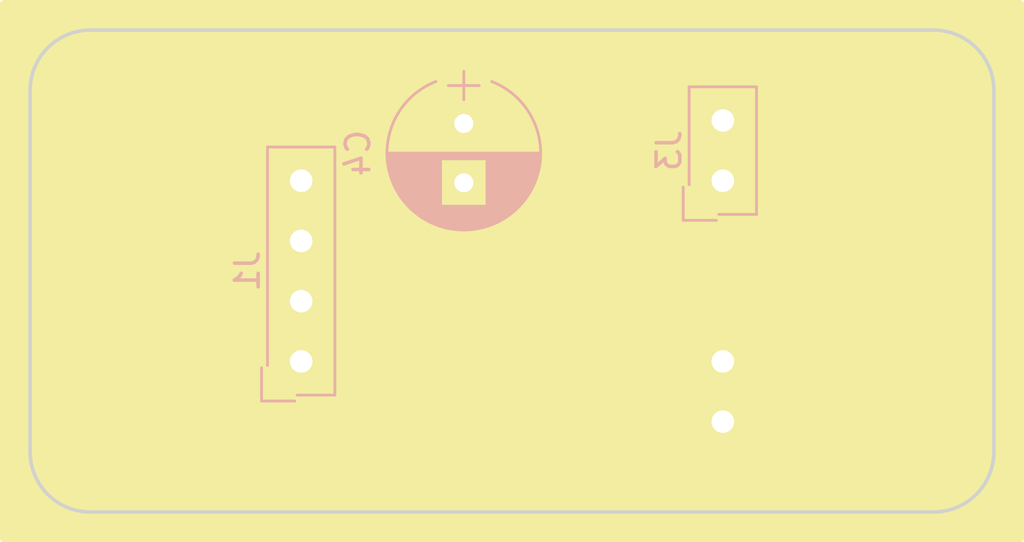
<source format=kicad_pcb>
(kicad_pcb (version 4) (host pcbnew 4.0.7)

  (general
    (links 23)
    (no_connects 0)
    (area 106.579999 96.419999 149.960001 124.560001)
    (thickness 1.6)
    (drawings 24)
    (tracks 25)
    (zones 0)
    (modules 11)
    (nets 8)
  )

  (page A4)
  (layers
    (0 F.Cu signal)
    (31 B.Cu signal)
    (32 B.Adhes user)
    (33 F.Adhes user)
    (34 B.Paste user)
    (35 F.Paste user)
    (36 B.SilkS user hide)
    (37 F.SilkS user hide)
    (38 B.Mask user)
    (39 F.Mask user)
    (40 Dwgs.User user)
    (41 Cmts.User user)
    (42 Eco1.User user hide)
    (43 Eco2.User user)
    (44 Edge.Cuts user)
    (45 Margin user)
    (46 B.CrtYd user)
    (47 F.CrtYd user hide)
    (48 B.Fab user hide)
    (49 F.Fab user hide)
  )

  (setup
    (last_trace_width 0.38)
    (trace_clearance 0.26)
    (zone_clearance 0.3)
    (zone_45_only yes)
    (trace_min 0.2)
    (segment_width 0.2)
    (edge_width 0.15)
    (via_size 0.6)
    (via_drill 0.4)
    (via_min_size 0.4)
    (via_min_drill 0.3)
    (uvia_size 0.3)
    (uvia_drill 0.1)
    (uvias_allowed no)
    (uvia_min_size 0.2)
    (uvia_min_drill 0.1)
    (pcb_text_width 0.3)
    (pcb_text_size 1.5 1.5)
    (mod_edge_width 0.15)
    (mod_text_size 1 1)
    (mod_text_width 0.15)
    (pad_size 2 2)
    (pad_drill 0.95)
    (pad_to_mask_clearance 0.2)
    (aux_axis_origin 0 0)
    (visible_elements 7FFFFF9F)
    (pcbplotparams
      (layerselection 0x00820_00000001)
      (usegerberextensions false)
      (excludeedgelayer true)
      (linewidth 0.100000)
      (plotframeref false)
      (viasonmask false)
      (mode 1)
      (useauxorigin false)
      (hpglpennumber 1)
      (hpglpenspeed 20)
      (hpglpendiameter 15)
      (hpglpenoverlay 2)
      (psnegative false)
      (psa4output false)
      (plotreference true)
      (plotvalue true)
      (plotinvisibletext false)
      (padsonsilk false)
      (subtractmaskfromsilk true)
      (outputformat 1)
      (mirror false)
      (drillshape 0)
      (scaleselection 1)
      (outputdirectory ""))
  )

  (net 0 "")
  (net 1 +12V)
  (net 2 GND)
  (net 3 "Net-(U1-Pad4)")
  (net 4 "Net-(U1-Pad6)")
  (net 5 /FB)
  (net 6 /Vout)
  (net 7 /SW)

  (net_class Default "This is the default net class."
    (clearance 0.26)
    (trace_width 0.38)
    (via_dia 0.6)
    (via_drill 0.4)
    (uvia_dia 0.3)
    (uvia_drill 0.1)
    (add_net +12V)
    (add_net /FB)
    (add_net /SW)
    (add_net /Vout)
    (add_net GND)
    (add_net "Net-(U1-Pad4)")
    (add_net "Net-(U1-Pad6)")
  )

  (module SOT-23-8_Handsoldering (layer F.Cu) (tedit 5AC14100) (tstamp 5AC03D62)
    (at 127.128095 113.383)
    (descr "8-pin SOT-23 package, Handsoldering, http://www.analog.com/media/en/package-pcb-resources/package/pkg_pdf/sot-23rj/rj_8.pdf")
    (tags "SOT-23-8 Handsoldering")
    (path /5AC03514)
    (attr smd)
    (fp_text reference U1 (at 0 -2.5) (layer F.SilkS)
      (effects (font (size 1 1) (thickness 0.15)))
    )
    (fp_text value TPS62120 (at 0 2.5) (layer F.Fab)
      (effects (font (size 1 1) (thickness 0.15)))
    )
    (fp_text user %R (at 0 0 90) (layer F.Fab)
      (effects (font (size 0.5 0.5) (thickness 0.075)))
    )
    (fp_line (start -0.9 1.61) (end 0.9 1.61) (layer F.SilkS) (width 0.12))
    (fp_line (start 0.9 -1.61) (end -2.05 -1.61) (layer F.SilkS) (width 0.12))
    (fp_line (start -2.4 1.8) (end -2.4 -1.8) (layer F.CrtYd) (width 0.05))
    (fp_line (start 2.4 1.8) (end -2.4 1.8) (layer F.CrtYd) (width 0.05))
    (fp_line (start 2.4 -1.8) (end 2.4 1.8) (layer F.CrtYd) (width 0.05))
    (fp_line (start -2.4 -1.8) (end 2.4 -1.8) (layer F.CrtYd) (width 0.05))
    (fp_line (start -0.9 -0.9) (end -0.25 -1.55) (layer F.Fab) (width 0.1))
    (fp_line (start 0.9 -1.55) (end -0.25 -1.55) (layer F.Fab) (width 0.1))
    (fp_line (start -0.9 -0.9) (end -0.9 1.55) (layer F.Fab) (width 0.1))
    (fp_line (start 0.9 1.55) (end -0.9 1.55) (layer F.Fab) (width 0.1))
    (fp_line (start 0.9 -1.55) (end 0.9 1.55) (layer F.Fab) (width 0.1))
    (pad 1 smd oval (at -1.35 -0.98) (size 1.56 0.38) (layers F.Cu F.Paste F.Mask)
      (net 1 +12V))
    (pad 2 smd oval (at -1.35 -0.33) (size 1.56 0.38) (layers F.Cu F.Paste F.Mask)
      (net 2 GND))
    (pad 3 smd oval (at -1.35 0.33) (size 1.56 0.38) (layers F.Cu F.Paste F.Mask)
      (net 1 +12V))
    (pad 4 smd oval (at -1.35 0.98) (size 1.56 0.38) (layers F.Cu F.Paste F.Mask)
      (net 3 "Net-(U1-Pad4)"))
    (pad 5 smd oval (at 1.35 0.98) (size 1.56 0.38) (layers F.Cu F.Paste F.Mask)
      (net 5 /FB))
    (pad 6 smd oval (at 1.35 0.33) (size 1.56 0.38) (layers F.Cu F.Paste F.Mask)
      (net 4 "Net-(U1-Pad6)"))
    (pad 7 smd oval (at 1.35 -0.33) (size 1.56 0.38) (layers F.Cu F.Paste F.Mask)
      (net 7 /SW))
    (pad 8 smd oval (at 1.35 -0.98) (size 1.56 0.38) (layers F.Cu F.Paste F.Mask)
      (net 6 /Vout))
    (model ${KISYS3DMOD}/TO_SOT_Packages_SMD.3dshapes\SOT-23-8.wrl
      (at (xyz 0 0 0))
      (scale (xyz 1 1 1))
      (rotate (xyz 0 0 0))
    )
  )

  (module Connectors_Samtec:SL-102-X-XX_1x02 (layer B.Cu) (tedit 590274D5) (tstamp 5AC03D44)
    (at 137.16 106.68)
    (descr "Low profile, screw machine socket strip, through hole, 100mil / 2.54mm pitch")
    (tags "samtec socket strip tht single")
    (path /5AC04121)
    (fp_text reference J3 (at -2.27 -1.27 270) (layer B.SilkS)
      (effects (font (size 1 1) (thickness 0.15)) (justify mirror))
    )
    (fp_text value Conn_01x02 (at 2.27 -1.27 270) (layer B.Fab)
      (effects (font (size 1 1) (thickness 0.15)) (justify mirror))
    )
    (fp_line (start -0.17 1.42) (end 1.42 1.42) (layer B.SilkS) (width 0.12))
    (fp_line (start 1.42 1.42) (end 1.42 -3.96) (layer B.SilkS) (width 0.12))
    (fp_line (start 1.42 -3.96) (end -1.42 -3.96) (layer B.SilkS) (width 0.12))
    (fp_line (start -1.42 -3.96) (end -1.42 0.17) (layer B.SilkS) (width 0.12))
    (fp_line (start -0.27 1.67) (end -1.67 1.67) (layer B.SilkS) (width 0.12))
    (fp_line (start -1.67 1.67) (end -1.67 0.27) (layer B.SilkS) (width 0.12))
    (fp_line (start -0.27 1.67) (end -1.67 1.67) (layer B.Fab) (width 0.1))
    (fp_line (start -1.67 1.67) (end -1.67 0.27) (layer B.Fab) (width 0.1))
    (fp_line (start -1.27 1.27) (end -1.27 -3.81) (layer B.Fab) (width 0.1))
    (fp_line (start -1.27 -3.81) (end 1.27 -3.81) (layer B.Fab) (width 0.1))
    (fp_line (start 1.27 -3.81) (end 1.27 1.27) (layer B.Fab) (width 0.1))
    (fp_line (start 1.27 1.27) (end -1.27 1.27) (layer B.Fab) (width 0.1))
    (fp_line (start -1.77 1.77) (end -1.77 -4.31) (layer B.CrtYd) (width 0.05))
    (fp_line (start -1.77 -4.31) (end 1.77 -4.31) (layer B.CrtYd) (width 0.05))
    (fp_line (start 1.77 -4.31) (end 1.77 1.77) (layer B.CrtYd) (width 0.05))
    (fp_line (start 1.77 1.77) (end -1.77 1.77) (layer B.CrtYd) (width 0.05))
    (fp_line (start -1.27 -1.27) (end -1.07 -1.27) (layer B.Fab) (width 0.1))
    (fp_line (start 1.27 -1.27) (end 1.07 -1.27) (layer B.Fab) (width 0.1))
    (fp_line (start -1.27 -3.81) (end -1.07 -3.81) (layer B.Fab) (width 0.1))
    (fp_line (start 1.27 -3.81) (end 1.07 -3.81) (layer B.Fab) (width 0.1))
    (fp_text user %R (at 0 -1.27 270) (layer B.Fab)
      (effects (font (size 1 1) (thickness 0.15)) (justify mirror))
    )
    (pad 1 thru_hole rect (at 0 0) (size 2 2) (drill 0.95) (layers *.Cu *.Mask)
      (net 2 GND))
    (pad 2 thru_hole circle (at 0 -2.54) (size 2 2) (drill 0.95) (layers *.Cu *.Mask)
      (net 1 +12V))
    (model ${KISYS3DMOD}/Connectors_Samtec.3dshapes/SL-102-X-XX_1x02.wrl
      (at (xyz 0 0 0))
      (scale (xyz 1 1 1))
      (rotate (xyz 0 0 0))
    )
  )

  (module L_1212_HandSoldering (layer F.Cu) (tedit 5AC03E80) (tstamp 5AC03D4A)
    (at 131.8 111.3 90)
    (descr "Resistor SMD 1210, hand soldering")
    (tags "resistor 1210")
    (path /5AC037FE)
    (attr smd)
    (fp_text reference L1 (at 0 -2.7 90) (layer F.SilkS)
      (effects (font (size 1 1) (thickness 0.15)))
    )
    (fp_text value 22u (at 0 2.7 90) (layer F.Fab)
      (effects (font (size 1 1) (thickness 0.15)))
    )
    (fp_text user %R (at 0 0 90) (layer F.Fab)
      (effects (font (size 0.5 0.5) (thickness 0.075)))
    )
    (fp_line (start -1.6 1.25) (end -1.6 -1.25) (layer F.Fab) (width 0.1))
    (fp_line (start 1.6 1.25) (end -1.6 1.25) (layer F.Fab) (width 0.1))
    (fp_line (start 1.6 -1.25) (end 1.6 1.25) (layer F.Fab) (width 0.1))
    (fp_line (start -1.6 -1.25) (end 1.6 -1.25) (layer F.Fab) (width 0.1))
    (fp_line (start -2.7 -1.6) (end 2.7 -1.6) (layer F.CrtYd) (width 0.05))
    (fp_line (start -2.7 1.6) (end 2.7 1.6) (layer F.CrtYd) (width 0.05))
    (fp_line (start -2.7 -1.6) (end -2.7 1.6) (layer F.CrtYd) (width 0.05))
    (fp_line (start 2.7 -1.6) (end 2.7 1.6) (layer F.CrtYd) (width 0.05))
    (fp_line (start 1 1.48) (end -1 1.48) (layer F.SilkS) (width 0.12))
    (fp_line (start -1 -1.48) (end 1 -1.48) (layer F.SilkS) (width 0.12))
    (pad 1 smd rect (at -1.6 0 90) (size 1.8 2.7) (layers F.Cu F.Paste F.Mask)
      (net 7 /SW))
    (pad 2 smd rect (at 1.6 0 90) (size 1.8 2.7) (layers F.Cu F.Paste F.Mask)
      (net 6 /Vout))
    (model ${KISYS3DMOD}/Inductors_SMD.3dshapes/L_1210.wrl
      (at (xyz 0 0 0))
      (scale (xyz 1 1 1))
      (rotate (xyz 0 0 0))
    )
  )

  (module Capacitors_SMD:C_0805_HandSoldering (layer F.Cu) (tedit 58AA84A8) (tstamp 5AC03D1C)
    (at 123.19 114.046 270)
    (descr "Capacitor SMD 0805, hand soldering")
    (tags "capacitor 0805")
    (path /5AC03669)
    (attr smd)
    (fp_text reference C1 (at 0 -1.75 270) (layer F.SilkS)
      (effects (font (size 1 1) (thickness 0.15)))
    )
    (fp_text value 4.7u (at 0 1.75 270) (layer F.Fab)
      (effects (font (size 1 1) (thickness 0.15)))
    )
    (fp_text user %R (at 0 -1.75 270) (layer F.Fab)
      (effects (font (size 1 1) (thickness 0.15)))
    )
    (fp_line (start -1 0.62) (end -1 -0.62) (layer F.Fab) (width 0.1))
    (fp_line (start 1 0.62) (end -1 0.62) (layer F.Fab) (width 0.1))
    (fp_line (start 1 -0.62) (end 1 0.62) (layer F.Fab) (width 0.1))
    (fp_line (start -1 -0.62) (end 1 -0.62) (layer F.Fab) (width 0.1))
    (fp_line (start 0.5 -0.85) (end -0.5 -0.85) (layer F.SilkS) (width 0.12))
    (fp_line (start -0.5 0.85) (end 0.5 0.85) (layer F.SilkS) (width 0.12))
    (fp_line (start -2.25 -0.88) (end 2.25 -0.88) (layer F.CrtYd) (width 0.05))
    (fp_line (start -2.25 -0.88) (end -2.25 0.87) (layer F.CrtYd) (width 0.05))
    (fp_line (start 2.25 0.87) (end 2.25 -0.88) (layer F.CrtYd) (width 0.05))
    (fp_line (start 2.25 0.87) (end -2.25 0.87) (layer F.CrtYd) (width 0.05))
    (pad 1 smd rect (at -1.25 0 270) (size 1.5 1.25) (layers F.Cu F.Paste F.Mask)
      (net 1 +12V))
    (pad 2 smd rect (at 1.25 0 270) (size 1.5 1.25) (layers F.Cu F.Paste F.Mask)
      (net 2 GND))
    (model Capacitors_SMD.3dshapes/C_0805.wrl
      (at (xyz 0 0 0))
      (scale (xyz 1 1 1))
      (rotate (xyz 0 0 0))
    )
  )

  (module Capacitors_SMD:C_0603_HandSoldering (layer F.Cu) (tedit 58AA848B) (tstamp 5AC03D22)
    (at 131.7 115.2)
    (descr "Capacitor SMD 0603, hand soldering")
    (tags "capacitor 0603")
    (path /5AC03B3C)
    (attr smd)
    (fp_text reference C2 (at 0 -1.25) (layer F.SilkS)
      (effects (font (size 1 1) (thickness 0.15)))
    )
    (fp_text value 15p (at 0 1.5) (layer F.Fab)
      (effects (font (size 1 1) (thickness 0.15)))
    )
    (fp_text user %R (at 0 -1.25) (layer F.Fab)
      (effects (font (size 1 1) (thickness 0.15)))
    )
    (fp_line (start -0.8 0.4) (end -0.8 -0.4) (layer F.Fab) (width 0.1))
    (fp_line (start 0.8 0.4) (end -0.8 0.4) (layer F.Fab) (width 0.1))
    (fp_line (start 0.8 -0.4) (end 0.8 0.4) (layer F.Fab) (width 0.1))
    (fp_line (start -0.8 -0.4) (end 0.8 -0.4) (layer F.Fab) (width 0.1))
    (fp_line (start -0.35 -0.6) (end 0.35 -0.6) (layer F.SilkS) (width 0.12))
    (fp_line (start 0.35 0.6) (end -0.35 0.6) (layer F.SilkS) (width 0.12))
    (fp_line (start -1.8 -0.65) (end 1.8 -0.65) (layer F.CrtYd) (width 0.05))
    (fp_line (start -1.8 -0.65) (end -1.8 0.65) (layer F.CrtYd) (width 0.05))
    (fp_line (start 1.8 0.65) (end 1.8 -0.65) (layer F.CrtYd) (width 0.05))
    (fp_line (start 1.8 0.65) (end -1.8 0.65) (layer F.CrtYd) (width 0.05))
    (pad 1 smd rect (at -0.95 0) (size 1.2 0.75) (layers F.Cu F.Paste F.Mask)
      (net 5 /FB))
    (pad 2 smd rect (at 0.95 0) (size 1.2 0.75) (layers F.Cu F.Paste F.Mask)
      (net 6 /Vout))
    (model Capacitors_SMD.3dshapes/C_0603.wrl
      (at (xyz 0 0 0))
      (scale (xyz 1 1 1))
      (rotate (xyz 0 0 0))
    )
  )

  (module Capacitors_SMD:C_0805_HandSoldering (layer F.Cu) (tedit 58AA84A8) (tstamp 5AC03D28)
    (at 127.3 110.1 180)
    (descr "Capacitor SMD 0805, hand soldering")
    (tags "capacitor 0805")
    (path /5AC0391A)
    (attr smd)
    (fp_text reference C3 (at 0 -1.75 180) (layer F.SilkS)
      (effects (font (size 1 1) (thickness 0.15)))
    )
    (fp_text value 4.7u (at 0 1.75 180) (layer F.Fab)
      (effects (font (size 1 1) (thickness 0.15)))
    )
    (fp_text user %R (at 0 -1.75 180) (layer F.Fab)
      (effects (font (size 1 1) (thickness 0.15)))
    )
    (fp_line (start -1 0.62) (end -1 -0.62) (layer F.Fab) (width 0.1))
    (fp_line (start 1 0.62) (end -1 0.62) (layer F.Fab) (width 0.1))
    (fp_line (start 1 -0.62) (end 1 0.62) (layer F.Fab) (width 0.1))
    (fp_line (start -1 -0.62) (end 1 -0.62) (layer F.Fab) (width 0.1))
    (fp_line (start 0.5 -0.85) (end -0.5 -0.85) (layer F.SilkS) (width 0.12))
    (fp_line (start -0.5 0.85) (end 0.5 0.85) (layer F.SilkS) (width 0.12))
    (fp_line (start -2.25 -0.88) (end 2.25 -0.88) (layer F.CrtYd) (width 0.05))
    (fp_line (start -2.25 -0.88) (end -2.25 0.87) (layer F.CrtYd) (width 0.05))
    (fp_line (start 2.25 0.87) (end 2.25 -0.88) (layer F.CrtYd) (width 0.05))
    (fp_line (start 2.25 0.87) (end -2.25 0.87) (layer F.CrtYd) (width 0.05))
    (pad 1 smd rect (at -1.25 0 180) (size 1.5 1.25) (layers F.Cu F.Paste F.Mask)
      (net 6 /Vout))
    (pad 2 smd rect (at 1.25 0 180) (size 1.5 1.25) (layers F.Cu F.Paste F.Mask)
      (net 2 GND))
    (model Capacitors_SMD.3dshapes/C_0805.wrl
      (at (xyz 0 0 0))
      (scale (xyz 1 1 1))
      (rotate (xyz 0 0 0))
    )
  )

  (module Capacitors_THT:CP_Radial_D6.3mm_P2.50mm (layer B.Cu) (tedit 597BC7C2) (tstamp 5AC03D2E)
    (at 126.238 104.267 270)
    (descr "CP, Radial series, Radial, pin pitch=2.50mm, , diameter=6.3mm, Electrolytic Capacitor")
    (tags "CP Radial series Radial pin pitch 2.50mm  diameter 6.3mm Electrolytic Capacitor")
    (path /5AC03FB3)
    (fp_text reference C4 (at 1.25 4.46 270) (layer B.SilkS)
      (effects (font (size 1 1) (thickness 0.15)) (justify mirror))
    )
    (fp_text value 100u (at 1.25 -4.46 270) (layer B.Fab)
      (effects (font (size 1 1) (thickness 0.15)) (justify mirror))
    )
    (fp_arc (start 1.25 0) (end -1.767482 1.18) (angle -137.3) (layer B.SilkS) (width 0.12))
    (fp_arc (start 1.25 0) (end -1.767482 -1.18) (angle 137.3) (layer B.SilkS) (width 0.12))
    (fp_arc (start 1.25 0) (end 4.267482 1.18) (angle -42.7) (layer B.SilkS) (width 0.12))
    (fp_circle (center 1.25 0) (end 4.4 0) (layer B.Fab) (width 0.1))
    (fp_line (start -2.2 0) (end -1 0) (layer B.Fab) (width 0.1))
    (fp_line (start -1.6 0.65) (end -1.6 -0.65) (layer B.Fab) (width 0.1))
    (fp_line (start 1.25 3.2) (end 1.25 -3.2) (layer B.SilkS) (width 0.12))
    (fp_line (start 1.29 3.2) (end 1.29 -3.2) (layer B.SilkS) (width 0.12))
    (fp_line (start 1.33 3.2) (end 1.33 -3.2) (layer B.SilkS) (width 0.12))
    (fp_line (start 1.37 3.198) (end 1.37 -3.198) (layer B.SilkS) (width 0.12))
    (fp_line (start 1.41 3.197) (end 1.41 -3.197) (layer B.SilkS) (width 0.12))
    (fp_line (start 1.45 3.194) (end 1.45 -3.194) (layer B.SilkS) (width 0.12))
    (fp_line (start 1.49 3.192) (end 1.49 -3.192) (layer B.SilkS) (width 0.12))
    (fp_line (start 1.53 3.188) (end 1.53 0.98) (layer B.SilkS) (width 0.12))
    (fp_line (start 1.53 -0.98) (end 1.53 -3.188) (layer B.SilkS) (width 0.12))
    (fp_line (start 1.57 3.185) (end 1.57 0.98) (layer B.SilkS) (width 0.12))
    (fp_line (start 1.57 -0.98) (end 1.57 -3.185) (layer B.SilkS) (width 0.12))
    (fp_line (start 1.61 3.18) (end 1.61 0.98) (layer B.SilkS) (width 0.12))
    (fp_line (start 1.61 -0.98) (end 1.61 -3.18) (layer B.SilkS) (width 0.12))
    (fp_line (start 1.65 3.176) (end 1.65 0.98) (layer B.SilkS) (width 0.12))
    (fp_line (start 1.65 -0.98) (end 1.65 -3.176) (layer B.SilkS) (width 0.12))
    (fp_line (start 1.69 3.17) (end 1.69 0.98) (layer B.SilkS) (width 0.12))
    (fp_line (start 1.69 -0.98) (end 1.69 -3.17) (layer B.SilkS) (width 0.12))
    (fp_line (start 1.73 3.165) (end 1.73 0.98) (layer B.SilkS) (width 0.12))
    (fp_line (start 1.73 -0.98) (end 1.73 -3.165) (layer B.SilkS) (width 0.12))
    (fp_line (start 1.77 3.158) (end 1.77 0.98) (layer B.SilkS) (width 0.12))
    (fp_line (start 1.77 -0.98) (end 1.77 -3.158) (layer B.SilkS) (width 0.12))
    (fp_line (start 1.81 3.152) (end 1.81 0.98) (layer B.SilkS) (width 0.12))
    (fp_line (start 1.81 -0.98) (end 1.81 -3.152) (layer B.SilkS) (width 0.12))
    (fp_line (start 1.85 3.144) (end 1.85 0.98) (layer B.SilkS) (width 0.12))
    (fp_line (start 1.85 -0.98) (end 1.85 -3.144) (layer B.SilkS) (width 0.12))
    (fp_line (start 1.89 3.137) (end 1.89 0.98) (layer B.SilkS) (width 0.12))
    (fp_line (start 1.89 -0.98) (end 1.89 -3.137) (layer B.SilkS) (width 0.12))
    (fp_line (start 1.93 3.128) (end 1.93 0.98) (layer B.SilkS) (width 0.12))
    (fp_line (start 1.93 -0.98) (end 1.93 -3.128) (layer B.SilkS) (width 0.12))
    (fp_line (start 1.971 3.119) (end 1.971 0.98) (layer B.SilkS) (width 0.12))
    (fp_line (start 1.971 -0.98) (end 1.971 -3.119) (layer B.SilkS) (width 0.12))
    (fp_line (start 2.011 3.11) (end 2.011 0.98) (layer B.SilkS) (width 0.12))
    (fp_line (start 2.011 -0.98) (end 2.011 -3.11) (layer B.SilkS) (width 0.12))
    (fp_line (start 2.051 3.1) (end 2.051 0.98) (layer B.SilkS) (width 0.12))
    (fp_line (start 2.051 -0.98) (end 2.051 -3.1) (layer B.SilkS) (width 0.12))
    (fp_line (start 2.091 3.09) (end 2.091 0.98) (layer B.SilkS) (width 0.12))
    (fp_line (start 2.091 -0.98) (end 2.091 -3.09) (layer B.SilkS) (width 0.12))
    (fp_line (start 2.131 3.079) (end 2.131 0.98) (layer B.SilkS) (width 0.12))
    (fp_line (start 2.131 -0.98) (end 2.131 -3.079) (layer B.SilkS) (width 0.12))
    (fp_line (start 2.171 3.067) (end 2.171 0.98) (layer B.SilkS) (width 0.12))
    (fp_line (start 2.171 -0.98) (end 2.171 -3.067) (layer B.SilkS) (width 0.12))
    (fp_line (start 2.211 3.055) (end 2.211 0.98) (layer B.SilkS) (width 0.12))
    (fp_line (start 2.211 -0.98) (end 2.211 -3.055) (layer B.SilkS) (width 0.12))
    (fp_line (start 2.251 3.042) (end 2.251 0.98) (layer B.SilkS) (width 0.12))
    (fp_line (start 2.251 -0.98) (end 2.251 -3.042) (layer B.SilkS) (width 0.12))
    (fp_line (start 2.291 3.029) (end 2.291 0.98) (layer B.SilkS) (width 0.12))
    (fp_line (start 2.291 -0.98) (end 2.291 -3.029) (layer B.SilkS) (width 0.12))
    (fp_line (start 2.331 3.015) (end 2.331 0.98) (layer B.SilkS) (width 0.12))
    (fp_line (start 2.331 -0.98) (end 2.331 -3.015) (layer B.SilkS) (width 0.12))
    (fp_line (start 2.371 3.001) (end 2.371 0.98) (layer B.SilkS) (width 0.12))
    (fp_line (start 2.371 -0.98) (end 2.371 -3.001) (layer B.SilkS) (width 0.12))
    (fp_line (start 2.411 2.986) (end 2.411 0.98) (layer B.SilkS) (width 0.12))
    (fp_line (start 2.411 -0.98) (end 2.411 -2.986) (layer B.SilkS) (width 0.12))
    (fp_line (start 2.451 2.97) (end 2.451 0.98) (layer B.SilkS) (width 0.12))
    (fp_line (start 2.451 -0.98) (end 2.451 -2.97) (layer B.SilkS) (width 0.12))
    (fp_line (start 2.491 2.954) (end 2.491 0.98) (layer B.SilkS) (width 0.12))
    (fp_line (start 2.491 -0.98) (end 2.491 -2.954) (layer B.SilkS) (width 0.12))
    (fp_line (start 2.531 2.937) (end 2.531 0.98) (layer B.SilkS) (width 0.12))
    (fp_line (start 2.531 -0.98) (end 2.531 -2.937) (layer B.SilkS) (width 0.12))
    (fp_line (start 2.571 2.919) (end 2.571 0.98) (layer B.SilkS) (width 0.12))
    (fp_line (start 2.571 -0.98) (end 2.571 -2.919) (layer B.SilkS) (width 0.12))
    (fp_line (start 2.611 2.901) (end 2.611 0.98) (layer B.SilkS) (width 0.12))
    (fp_line (start 2.611 -0.98) (end 2.611 -2.901) (layer B.SilkS) (width 0.12))
    (fp_line (start 2.651 2.882) (end 2.651 0.98) (layer B.SilkS) (width 0.12))
    (fp_line (start 2.651 -0.98) (end 2.651 -2.882) (layer B.SilkS) (width 0.12))
    (fp_line (start 2.691 2.863) (end 2.691 0.98) (layer B.SilkS) (width 0.12))
    (fp_line (start 2.691 -0.98) (end 2.691 -2.863) (layer B.SilkS) (width 0.12))
    (fp_line (start 2.731 2.843) (end 2.731 0.98) (layer B.SilkS) (width 0.12))
    (fp_line (start 2.731 -0.98) (end 2.731 -2.843) (layer B.SilkS) (width 0.12))
    (fp_line (start 2.771 2.822) (end 2.771 0.98) (layer B.SilkS) (width 0.12))
    (fp_line (start 2.771 -0.98) (end 2.771 -2.822) (layer B.SilkS) (width 0.12))
    (fp_line (start 2.811 2.8) (end 2.811 0.98) (layer B.SilkS) (width 0.12))
    (fp_line (start 2.811 -0.98) (end 2.811 -2.8) (layer B.SilkS) (width 0.12))
    (fp_line (start 2.851 2.778) (end 2.851 0.98) (layer B.SilkS) (width 0.12))
    (fp_line (start 2.851 -0.98) (end 2.851 -2.778) (layer B.SilkS) (width 0.12))
    (fp_line (start 2.891 2.755) (end 2.891 0.98) (layer B.SilkS) (width 0.12))
    (fp_line (start 2.891 -0.98) (end 2.891 -2.755) (layer B.SilkS) (width 0.12))
    (fp_line (start 2.931 2.731) (end 2.931 0.98) (layer B.SilkS) (width 0.12))
    (fp_line (start 2.931 -0.98) (end 2.931 -2.731) (layer B.SilkS) (width 0.12))
    (fp_line (start 2.971 2.706) (end 2.971 0.98) (layer B.SilkS) (width 0.12))
    (fp_line (start 2.971 -0.98) (end 2.971 -2.706) (layer B.SilkS) (width 0.12))
    (fp_line (start 3.011 2.681) (end 3.011 0.98) (layer B.SilkS) (width 0.12))
    (fp_line (start 3.011 -0.98) (end 3.011 -2.681) (layer B.SilkS) (width 0.12))
    (fp_line (start 3.051 2.654) (end 3.051 0.98) (layer B.SilkS) (width 0.12))
    (fp_line (start 3.051 -0.98) (end 3.051 -2.654) (layer B.SilkS) (width 0.12))
    (fp_line (start 3.091 2.627) (end 3.091 0.98) (layer B.SilkS) (width 0.12))
    (fp_line (start 3.091 -0.98) (end 3.091 -2.627) (layer B.SilkS) (width 0.12))
    (fp_line (start 3.131 2.599) (end 3.131 0.98) (layer B.SilkS) (width 0.12))
    (fp_line (start 3.131 -0.98) (end 3.131 -2.599) (layer B.SilkS) (width 0.12))
    (fp_line (start 3.171 2.57) (end 3.171 0.98) (layer B.SilkS) (width 0.12))
    (fp_line (start 3.171 -0.98) (end 3.171 -2.57) (layer B.SilkS) (width 0.12))
    (fp_line (start 3.211 2.54) (end 3.211 0.98) (layer B.SilkS) (width 0.12))
    (fp_line (start 3.211 -0.98) (end 3.211 -2.54) (layer B.SilkS) (width 0.12))
    (fp_line (start 3.251 2.51) (end 3.251 0.98) (layer B.SilkS) (width 0.12))
    (fp_line (start 3.251 -0.98) (end 3.251 -2.51) (layer B.SilkS) (width 0.12))
    (fp_line (start 3.291 2.478) (end 3.291 0.98) (layer B.SilkS) (width 0.12))
    (fp_line (start 3.291 -0.98) (end 3.291 -2.478) (layer B.SilkS) (width 0.12))
    (fp_line (start 3.331 2.445) (end 3.331 0.98) (layer B.SilkS) (width 0.12))
    (fp_line (start 3.331 -0.98) (end 3.331 -2.445) (layer B.SilkS) (width 0.12))
    (fp_line (start 3.371 2.411) (end 3.371 0.98) (layer B.SilkS) (width 0.12))
    (fp_line (start 3.371 -0.98) (end 3.371 -2.411) (layer B.SilkS) (width 0.12))
    (fp_line (start 3.411 2.375) (end 3.411 0.98) (layer B.SilkS) (width 0.12))
    (fp_line (start 3.411 -0.98) (end 3.411 -2.375) (layer B.SilkS) (width 0.12))
    (fp_line (start 3.451 2.339) (end 3.451 0.98) (layer B.SilkS) (width 0.12))
    (fp_line (start 3.451 -0.98) (end 3.451 -2.339) (layer B.SilkS) (width 0.12))
    (fp_line (start 3.491 2.301) (end 3.491 -2.301) (layer B.SilkS) (width 0.12))
    (fp_line (start 3.531 2.262) (end 3.531 -2.262) (layer B.SilkS) (width 0.12))
    (fp_line (start 3.571 2.222) (end 3.571 -2.222) (layer B.SilkS) (width 0.12))
    (fp_line (start 3.611 2.18) (end 3.611 -2.18) (layer B.SilkS) (width 0.12))
    (fp_line (start 3.651 2.137) (end 3.651 -2.137) (layer B.SilkS) (width 0.12))
    (fp_line (start 3.691 2.092) (end 3.691 -2.092) (layer B.SilkS) (width 0.12))
    (fp_line (start 3.731 2.045) (end 3.731 -2.045) (layer B.SilkS) (width 0.12))
    (fp_line (start 3.771 1.997) (end 3.771 -1.997) (layer B.SilkS) (width 0.12))
    (fp_line (start 3.811 1.946) (end 3.811 -1.946) (layer B.SilkS) (width 0.12))
    (fp_line (start 3.851 1.894) (end 3.851 -1.894) (layer B.SilkS) (width 0.12))
    (fp_line (start 3.891 1.839) (end 3.891 -1.839) (layer B.SilkS) (width 0.12))
    (fp_line (start 3.931 1.781) (end 3.931 -1.781) (layer B.SilkS) (width 0.12))
    (fp_line (start 3.971 1.721) (end 3.971 -1.721) (layer B.SilkS) (width 0.12))
    (fp_line (start 4.011 1.658) (end 4.011 -1.658) (layer B.SilkS) (width 0.12))
    (fp_line (start 4.051 1.591) (end 4.051 -1.591) (layer B.SilkS) (width 0.12))
    (fp_line (start 4.091 1.52) (end 4.091 -1.52) (layer B.SilkS) (width 0.12))
    (fp_line (start 4.131 1.445) (end 4.131 -1.445) (layer B.SilkS) (width 0.12))
    (fp_line (start 4.171 1.364) (end 4.171 -1.364) (layer B.SilkS) (width 0.12))
    (fp_line (start 4.211 1.278) (end 4.211 -1.278) (layer B.SilkS) (width 0.12))
    (fp_line (start 4.251 1.184) (end 4.251 -1.184) (layer B.SilkS) (width 0.12))
    (fp_line (start 4.291 1.081) (end 4.291 -1.081) (layer B.SilkS) (width 0.12))
    (fp_line (start 4.331 0.966) (end 4.331 -0.966) (layer B.SilkS) (width 0.12))
    (fp_line (start 4.371 0.834) (end 4.371 -0.834) (layer B.SilkS) (width 0.12))
    (fp_line (start 4.411 0.676) (end 4.411 -0.676) (layer B.SilkS) (width 0.12))
    (fp_line (start 4.451 0.468) (end 4.451 -0.468) (layer B.SilkS) (width 0.12))
    (fp_line (start -2.2 0) (end -1 0) (layer B.SilkS) (width 0.12))
    (fp_line (start -1.6 0.65) (end -1.6 -0.65) (layer B.SilkS) (width 0.12))
    (fp_line (start -2.25 3.5) (end -2.25 -3.5) (layer B.CrtYd) (width 0.05))
    (fp_line (start -2.25 -3.5) (end 4.75 -3.5) (layer B.CrtYd) (width 0.05))
    (fp_line (start 4.75 -3.5) (end 4.75 3.5) (layer B.CrtYd) (width 0.05))
    (fp_line (start 4.75 3.5) (end -2.25 3.5) (layer B.CrtYd) (width 0.05))
    (fp_text user %R (at 1.25 0 270) (layer B.Fab)
      (effects (font (size 1 1) (thickness 0.15)) (justify mirror))
    )
    (pad 1 thru_hole rect (at 0 0 270) (size 1.6 1.6) (drill 0.8) (layers *.Cu *.Mask)
      (net 1 +12V))
    (pad 2 thru_hole circle (at 2.5 0 270) (size 1.6 1.6) (drill 0.8) (layers *.Cu *.Mask)
      (net 2 GND))
    (model ${KISYS3DMOD}/Capacitors_THT.3dshapes/CP_Radial_D6.3mm_P2.50mm.wrl
      (at (xyz 0 0 0))
      (scale (xyz 1 1 1))
      (rotate (xyz 0 0 0))
    )
  )

  (module Connectors_Samtec:SL-104-X-XX_1x04 (layer B.Cu) (tedit 5AC119D9) (tstamp 5AC03D36)
    (at 119.38 114.3)
    (descr "Low profile, screw machine socket strip, through hole, 100mil / 2.54mm pitch")
    (tags "samtec socket strip tht single")
    (path /5AC035E0)
    (fp_text reference J1 (at -2.27 -3.81 270) (layer B.SilkS)
      (effects (font (size 1 1) (thickness 0.15)) (justify mirror))
    )
    (fp_text value Conn_01x04 (at 2.27 -3.81 270) (layer B.Fab)
      (effects (font (size 1 1) (thickness 0.15)) (justify mirror))
    )
    (fp_line (start -0.17 1.42) (end 1.42 1.42) (layer B.SilkS) (width 0.12))
    (fp_line (start 1.42 1.42) (end 1.42 -9.04) (layer B.SilkS) (width 0.12))
    (fp_line (start 1.42 -9.04) (end -1.42 -9.04) (layer B.SilkS) (width 0.12))
    (fp_line (start -1.42 -9.04) (end -1.42 0.17) (layer B.SilkS) (width 0.12))
    (fp_line (start -0.27 1.67) (end -1.67 1.67) (layer B.SilkS) (width 0.12))
    (fp_line (start -1.67 1.67) (end -1.67 0.27) (layer B.SilkS) (width 0.12))
    (fp_line (start -0.27 1.67) (end -1.67 1.67) (layer B.Fab) (width 0.1))
    (fp_line (start -1.67 1.67) (end -1.67 0.27) (layer B.Fab) (width 0.1))
    (fp_line (start -1.27 1.27) (end -1.27 -8.89) (layer B.Fab) (width 0.1))
    (fp_line (start -1.27 -8.89) (end 1.27 -8.89) (layer B.Fab) (width 0.1))
    (fp_line (start 1.27 -8.89) (end 1.27 1.27) (layer B.Fab) (width 0.1))
    (fp_line (start 1.27 1.27) (end -1.27 1.27) (layer B.Fab) (width 0.1))
    (fp_line (start -1.77 1.77) (end -1.77 -9.39) (layer B.CrtYd) (width 0.05))
    (fp_line (start -1.77 -9.39) (end 1.77 -9.39) (layer B.CrtYd) (width 0.05))
    (fp_line (start 1.77 -9.39) (end 1.77 1.77) (layer B.CrtYd) (width 0.05))
    (fp_line (start 1.77 1.77) (end -1.77 1.77) (layer B.CrtYd) (width 0.05))
    (fp_line (start -1.27 -1.27) (end -1.07 -1.27) (layer B.Fab) (width 0.1))
    (fp_line (start 1.27 -1.27) (end 1.07 -1.27) (layer B.Fab) (width 0.1))
    (fp_line (start -1.27 -3.81) (end -1.07 -3.81) (layer B.Fab) (width 0.1))
    (fp_line (start 1.27 -3.81) (end 1.07 -3.81) (layer B.Fab) (width 0.1))
    (fp_line (start -1.27 -6.35) (end -1.07 -6.35) (layer B.Fab) (width 0.1))
    (fp_line (start 1.27 -6.35) (end 1.07 -6.35) (layer B.Fab) (width 0.1))
    (fp_line (start -1.27 -8.89) (end -1.07 -8.89) (layer B.Fab) (width 0.1))
    (fp_line (start 1.27 -8.89) (end 1.07 -8.89) (layer B.Fab) (width 0.1))
    (fp_text user %R (at 0 -3.81 270) (layer B.Fab)
      (effects (font (size 1 1) (thickness 0.15)) (justify mirror))
    )
    (pad 1 thru_hole rect (at 0 0) (size 2 2) (drill 0.95) (layers *.Cu *.Mask)
      (net 2 GND))
    (pad 2 thru_hole circle (at 0 -2.54 315) (size 2 2) (drill 0.95) (layers *.Cu *.Mask)
      (net 2 GND))
    (pad 3 thru_hole circle (at 0 -5.08 315) (size 2 2) (drill 0.95) (layers *.Cu *.Mask)
      (net 1 +12V))
    (pad 4 thru_hole circle (at 0 -7.62 315) (size 2 2) (drill 0.95) (layers *.Cu *.Mask)
      (net 1 +12V))
    (model ${KISYS3DMOD}/Connectors_Samtec.3dshapes/SL-104-X-XX_1x04.wrl
      (at (xyz 0 0 0))
      (scale (xyz 1 1 1))
      (rotate (xyz 0 0 0))
    )
  )

  (module Resistors_SMD:R_0603_HandSoldering (layer F.Cu) (tedit 58E0A804) (tstamp 5AC03D50)
    (at 131.7 116.7 180)
    (descr "Resistor SMD 0603, hand soldering")
    (tags "resistor 0603")
    (path /5AC039C8)
    (attr smd)
    (fp_text reference R1 (at 0 -1.45 180) (layer F.SilkS)
      (effects (font (size 1 1) (thickness 0.15)))
    )
    (fp_text value 470k (at 0 1.55 180) (layer F.Fab)
      (effects (font (size 1 1) (thickness 0.15)))
    )
    (fp_text user %R (at 0 0 180) (layer F.Fab)
      (effects (font (size 0.4 0.4) (thickness 0.075)))
    )
    (fp_line (start -0.8 0.4) (end -0.8 -0.4) (layer F.Fab) (width 0.1))
    (fp_line (start 0.8 0.4) (end -0.8 0.4) (layer F.Fab) (width 0.1))
    (fp_line (start 0.8 -0.4) (end 0.8 0.4) (layer F.Fab) (width 0.1))
    (fp_line (start -0.8 -0.4) (end 0.8 -0.4) (layer F.Fab) (width 0.1))
    (fp_line (start 0.5 0.68) (end -0.5 0.68) (layer F.SilkS) (width 0.12))
    (fp_line (start -0.5 -0.68) (end 0.5 -0.68) (layer F.SilkS) (width 0.12))
    (fp_line (start -1.96 -0.7) (end 1.95 -0.7) (layer F.CrtYd) (width 0.05))
    (fp_line (start -1.96 -0.7) (end -1.96 0.7) (layer F.CrtYd) (width 0.05))
    (fp_line (start 1.95 0.7) (end 1.95 -0.7) (layer F.CrtYd) (width 0.05))
    (fp_line (start 1.95 0.7) (end -1.96 0.7) (layer F.CrtYd) (width 0.05))
    (pad 1 smd rect (at -1.1 0 180) (size 1.2 0.9) (layers F.Cu F.Paste F.Mask)
      (net 6 /Vout))
    (pad 2 smd rect (at 1.1 0 180) (size 1.2 0.9) (layers F.Cu F.Paste F.Mask)
      (net 5 /FB))
    (model ${KISYS3DMOD}/Resistors_SMD.3dshapes/R_0603.wrl
      (at (xyz 0 0 0))
      (scale (xyz 1 1 1))
      (rotate (xyz 0 0 0))
    )
  )

  (module Resistors_SMD:R_0603_HandSoldering (layer F.Cu) (tedit 58E0A804) (tstamp 5AC03D56)
    (at 127.5 116.7 180)
    (descr "Resistor SMD 0603, hand soldering")
    (tags "resistor 0603")
    (path /5AC03A27)
    (attr smd)
    (fp_text reference R2 (at 0 -1.45 180) (layer F.SilkS)
      (effects (font (size 1 1) (thickness 0.15)))
    )
    (fp_text value 150k (at 0 1.55 180) (layer F.Fab)
      (effects (font (size 1 1) (thickness 0.15)))
    )
    (fp_text user %R (at 0 0 180) (layer F.Fab)
      (effects (font (size 0.4 0.4) (thickness 0.075)))
    )
    (fp_line (start -0.8 0.4) (end -0.8 -0.4) (layer F.Fab) (width 0.1))
    (fp_line (start 0.8 0.4) (end -0.8 0.4) (layer F.Fab) (width 0.1))
    (fp_line (start 0.8 -0.4) (end 0.8 0.4) (layer F.Fab) (width 0.1))
    (fp_line (start -0.8 -0.4) (end 0.8 -0.4) (layer F.Fab) (width 0.1))
    (fp_line (start 0.5 0.68) (end -0.5 0.68) (layer F.SilkS) (width 0.12))
    (fp_line (start -0.5 -0.68) (end 0.5 -0.68) (layer F.SilkS) (width 0.12))
    (fp_line (start -1.96 -0.7) (end 1.95 -0.7) (layer F.CrtYd) (width 0.05))
    (fp_line (start -1.96 -0.7) (end -1.96 0.7) (layer F.CrtYd) (width 0.05))
    (fp_line (start 1.95 0.7) (end 1.95 -0.7) (layer F.CrtYd) (width 0.05))
    (fp_line (start 1.95 0.7) (end -1.96 0.7) (layer F.CrtYd) (width 0.05))
    (pad 1 smd rect (at -1.1 0 180) (size 1.2 0.9) (layers F.Cu F.Paste F.Mask)
      (net 5 /FB))
    (pad 2 smd rect (at 1.1 0 180) (size 1.2 0.9) (layers F.Cu F.Paste F.Mask)
      (net 2 GND))
    (model ${KISYS3DMOD}/Resistors_SMD.3dshapes/R_0603.wrl
      (at (xyz 0 0 0))
      (scale (xyz 1 1 1))
      (rotate (xyz 0 0 0))
    )
  )

  (module Connectors_Samtec:SL-102-X-XX_1x02 (layer F.Cu) (tedit 590274D5) (tstamp 5AC114C6)
    (at 137.16 114.3)
    (descr "Low profile, screw machine socket strip, through hole, 100mil / 2.54mm pitch")
    (tags "samtec socket strip tht single")
    (path /5AC114C5)
    (fp_text reference J2 (at -2.27 1.27 90) (layer F.SilkS)
      (effects (font (size 1 1) (thickness 0.15)))
    )
    (fp_text value Conn_01x02 (at 2.27 1.27 90) (layer F.Fab)
      (effects (font (size 1 1) (thickness 0.15)))
    )
    (fp_line (start -0.17 -1.42) (end 1.42 -1.42) (layer F.SilkS) (width 0.12))
    (fp_line (start 1.42 -1.42) (end 1.42 3.96) (layer F.SilkS) (width 0.12))
    (fp_line (start 1.42 3.96) (end -1.42 3.96) (layer F.SilkS) (width 0.12))
    (fp_line (start -1.42 3.96) (end -1.42 -0.17) (layer F.SilkS) (width 0.12))
    (fp_line (start -0.27 -1.67) (end -1.67 -1.67) (layer F.SilkS) (width 0.12))
    (fp_line (start -1.67 -1.67) (end -1.67 -0.27) (layer F.SilkS) (width 0.12))
    (fp_line (start -0.27 -1.67) (end -1.67 -1.67) (layer F.Fab) (width 0.1))
    (fp_line (start -1.67 -1.67) (end -1.67 -0.27) (layer F.Fab) (width 0.1))
    (fp_line (start -1.27 -1.27) (end -1.27 3.81) (layer F.Fab) (width 0.1))
    (fp_line (start -1.27 3.81) (end 1.27 3.81) (layer F.Fab) (width 0.1))
    (fp_line (start 1.27 3.81) (end 1.27 -1.27) (layer F.Fab) (width 0.1))
    (fp_line (start 1.27 -1.27) (end -1.27 -1.27) (layer F.Fab) (width 0.1))
    (fp_line (start -1.77 -1.77) (end -1.77 4.31) (layer F.CrtYd) (width 0.05))
    (fp_line (start -1.77 4.31) (end 1.77 4.31) (layer F.CrtYd) (width 0.05))
    (fp_line (start 1.77 4.31) (end 1.77 -1.77) (layer F.CrtYd) (width 0.05))
    (fp_line (start 1.77 -1.77) (end -1.77 -1.77) (layer F.CrtYd) (width 0.05))
    (fp_line (start -1.27 1.27) (end -1.07 1.27) (layer F.Fab) (width 0.1))
    (fp_line (start 1.27 1.27) (end 1.07 1.27) (layer F.Fab) (width 0.1))
    (fp_line (start -1.27 3.81) (end -1.07 3.81) (layer F.Fab) (width 0.1))
    (fp_line (start 1.27 3.81) (end 1.07 3.81) (layer F.Fab) (width 0.1))
    (fp_text user %R (at 0 1.27 90) (layer F.Fab)
      (effects (font (size 1 1) (thickness 0.15)))
    )
    (pad 1 thru_hole rect (at 0 0) (size 2 2) (drill 0.95) (layers *.Cu *.Mask)
      (net 2 GND))
    (pad 2 thru_hole circle (at 0 2.54) (size 2 2) (drill 0.95) (layers *.Cu *.Mask)
      (net 6 /Vout))
    (model ${KISYS3DMOD}/Connectors_Samtec.3dshapes/SL-102-X-XX_1x02.wrl
      (at (xyz 0 0 0))
      (scale (xyz 1 1 1))
      (rotate (xyz 0 0 0))
    )
  )

  (gr_line (start 115.824 115.316) (end 115.316 115.316) (angle 90) (layer Eco2.User) (width 0.2))
  (gr_line (start 115.824 105.664) (end 115.316 105.664) (angle 90) (layer Eco2.User) (width 0.2))
  (gr_line (start 115.824 110.744) (end 115.316 110.744) (angle 90) (layer Eco2.User) (width 0.2))
  (gr_line (start 115.316 110.236) (end 115.824 110.236) (angle 90) (layer Eco2.User) (width 0.2))
  (gr_line (start 115.316 105.664) (end 115.316 110.236) (angle 90) (layer Eco2.User) (width 0.2))
  (gr_line (start 115.316 110.744) (end 115.316 115.316) (angle 90) (layer Eco2.User) (width 0.2))
  (gr_text GND (at 114.3 115.57) (layer Eco2.User)
    (effects (font (size 1.5 1.5) (thickness 0.25)) (justify right))
  )
  (gr_text "12 V" (at 114.3 105.41) (layer Eco2.User)
    (effects (font (size 1.5 1.5) (thickness 0.3)) (justify right))
  )
  (gr_text "3.3 V" (at 140.97 118.11) (layer Eco2.User)
    (effects (font (size 1.5 1.5) (thickness 0.3)) (justify left))
  )
  (gr_text GND (at 140.97 113.03) (layer Eco2.User)
    (effects (font (size 1.5 1.5) (thickness 0.25)) (justify left))
  )
  (gr_text GND (at 140.97 107.95) (layer Eco2.User)
    (effects (font (size 1.5 1.5) (thickness 0.25)) (justify left))
  )
  (gr_text "12 V" (at 140.97 102.87) (layer Eco2.User)
    (effects (font (size 1.5 1.5) (thickness 0.3)) (justify left))
  )
  (gr_line (start 107.95 118.11) (end 107.95 102.87) (angle 90) (layer Edge.Cuts) (width 0.15))
  (gr_line (start 146.05 120.65) (end 110.49 120.65) (angle 90) (layer Edge.Cuts) (width 0.15))
  (gr_line (start 148.59 102.87) (end 148.59 118.11) (angle 90) (layer Edge.Cuts) (width 0.15))
  (gr_line (start 110.49 100.33) (end 146.05 100.33) (angle 90) (layer Edge.Cuts) (width 0.15))
  (gr_arc (start 146.05 102.87) (end 146.05 100.33) (angle 90) (layer Edge.Cuts) (width 0.15))
  (gr_arc (start 146.05 118.11) (end 148.59 118.11) (angle 90) (layer Edge.Cuts) (width 0.15))
  (gr_arc (start 110.49 118.11) (end 110.49 120.65) (angle 90) (layer Edge.Cuts) (width 0.15))
  (gr_arc (start 110.49 102.87) (end 107.95 102.87) (angle 90) (layer Edge.Cuts) (width 0.15))
  (gr_line (start 106.68 100.33) (end 149.86 100.33) (angle 90) (layer Eco1.User) (width 0.2))
  (gr_line (start 106.68 120.65) (end 149.86 120.65) (angle 90) (layer Eco1.User) (width 0.2))
  (gr_line (start 148.59 96.52) (end 148.59 124.46) (angle 90) (layer Eco1.User) (width 0.2))
  (gr_line (start 107.95 96.52) (end 107.95 124.46) (angle 90) (layer Eco1.User) (width 0.2))

  (segment (start 125.778095 113.713) (end 124.913 113.713) (width 0.38) (layer F.Cu) (net 1))
  (segment (start 124.5 113.3) (end 124.5 112.796) (width 0.38) (layer F.Cu) (net 1) (tstamp 5AC1426A))
  (segment (start 124.913 113.713) (end 124.5 113.3) (width 0.38) (layer F.Cu) (net 1) (tstamp 5AC14263))
  (segment (start 125.778095 112.403) (end 124.897 112.403) (width 0.38) (layer F.Cu) (net 1))
  (segment (start 124.504 112.796) (end 124.5 112.796) (width 0.39) (layer F.Cu) (net 1) (tstamp 5AC1425E))
  (segment (start 124.5 112.796) (end 123.19 112.796) (width 0.38) (layer F.Cu) (net 1) (tstamp 5AC1426D))
  (segment (start 124.897 112.403) (end 124.504 112.796) (width 0.38) (layer F.Cu) (net 1) (tstamp 5AC14253))
  (segment (start 125.778095 113.053) (end 127.097 113.053) (width 0.38) (layer F.Cu) (net 2))
  (segment (start 127.097 113.053) (end 127.1 113.05) (width 0.39) (layer F.Cu) (net 2) (tstamp 5AC14272))
  (segment (start 130.6 116.7) (end 130.6 115.35) (width 0.4) (layer F.Cu) (net 5))
  (segment (start 130.6 115.35) (end 130.75 115.2) (width 0.4) (layer F.Cu) (net 5) (tstamp 5AC04F22))
  (segment (start 128.6 116.7) (end 130.6 116.7) (width 0.4) (layer F.Cu) (net 5))
  (segment (start 128.478095 114.363) (end 129.913 114.363) (width 0.38) (layer F.Cu) (net 5))
  (segment (start 129.913 114.363) (end 130.75 115.2) (width 0.38) (layer F.Cu) (net 5) (tstamp 5AC04DF6))
  (segment (start 129.59 112.403) (end 129.697 112.403) (width 0.3) (layer F.Cu) (net 6))
  (segment (start 128.409095 112.403) (end 129.59 112.403) (width 0.3) (layer F.Cu) (net 6))
  (segment (start 129.697 112.403) (end 129.79 112.31) (width 0.3) (layer F.Cu) (net 6) (tstamp 5AC11BCF))
  (segment (start 132.8 116.7) (end 132.8 115.35) (width 0.6) (layer F.Cu) (net 6))
  (segment (start 132.8 115.35) (end 132.65 115.2) (width 0.6) (layer F.Cu) (net 6) (tstamp 5AC050D5))
  (segment (start 128.504 110.236) (end 128.636 110.236) (width 0.3) (layer F.Cu) (net 6))
  (segment (start 128.504 110.236) (end 128.504 110.596) (width 0.3) (layer F.Cu) (net 6))
  (segment (start 128.478095 110.261905) (end 128.504 110.236) (width 0.3) (layer F.Cu) (net 6) (tstamp 5AC04C85))
  (segment (start 128.478095 113.053) (end 131.647 113.053) (width 0.39) (layer F.Cu) (net 7))
  (segment (start 131.8 112.9) (end 131.8 112.9) (width 0.3) (layer F.Cu) (net 7) (tstamp 5AC04DC4))
  (segment (start 131.647 113.053) (end 131.8 112.9) (width 0.3) (layer F.Cu) (net 7) (tstamp 5AC04DBD))

  (zone (net 2) (net_name GND) (layer F.Cu) (tstamp 5AC0487A) (hatch edge 0.508)
    (priority 3)
    (connect_pads (clearance 0.26))
    (min_thickness 0.3)
    (fill yes (arc_segments 16) (thermal_gap 0.26) (thermal_bridge_width 0.5))
    (polygon
      (pts
        (xy 106.68 99.06) (xy 149.86 99.06) (xy 149.86 121.92) (xy 106.68 121.92)
      )
    )
    (filled_polygon
      (pts
        (xy 146.832778 100.980206) (xy 147.496384 101.423614) (xy 147.939794 102.087222) (xy 148.105 102.917769) (xy 148.105 118.062231)
        (xy 147.939794 118.892778) (xy 147.496384 119.556386) (xy 146.832778 119.999794) (xy 146.002231 120.165) (xy 110.537769 120.165)
        (xy 109.707222 119.999794) (xy 109.043614 119.556384) (xy 108.600206 118.892778) (xy 108.435 118.062231) (xy 108.435 116.9025)
        (xy 125.39 116.9025) (xy 125.39 117.231554) (xy 125.452419 117.382246) (xy 125.567754 117.497581) (xy 125.718446 117.56)
        (xy 126.1975 117.56) (xy 126.3 117.4575) (xy 126.3 116.8) (xy 125.4925 116.8) (xy 125.39 116.9025)
        (xy 108.435 116.9025) (xy 108.435 114.5025) (xy 117.97 114.5025) (xy 117.97 115.381554) (xy 118.032419 115.532246)
        (xy 118.147754 115.647581) (xy 118.298446 115.71) (xy 119.1775 115.71) (xy 119.28 115.6075) (xy 119.28 114.4)
        (xy 119.48 114.4) (xy 119.48 115.6075) (xy 119.5825 115.71) (xy 120.461554 115.71) (xy 120.612246 115.647581)
        (xy 120.727581 115.532246) (xy 120.741559 115.4985) (xy 122.155 115.4985) (xy 122.155 116.127554) (xy 122.217419 116.278246)
        (xy 122.332754 116.393581) (xy 122.483446 116.456) (xy 122.9875 116.456) (xy 123.09 116.3535) (xy 123.09 115.396)
        (xy 123.29 115.396) (xy 123.29 116.3535) (xy 123.3925 116.456) (xy 123.896554 116.456) (xy 124.047246 116.393581)
        (xy 124.162581 116.278246) (xy 124.208061 116.168446) (xy 125.39 116.168446) (xy 125.39 116.4975) (xy 125.4925 116.6)
        (xy 126.3 116.6) (xy 126.3 115.9425) (xy 126.5 115.9425) (xy 126.5 116.6) (xy 126.52 116.6)
        (xy 126.52 116.8) (xy 126.5 116.8) (xy 126.5 117.4575) (xy 126.6025 117.56) (xy 127.081554 117.56)
        (xy 127.110524 117.548) (xy 127.901079 117.548) (xy 128 117.568032) (xy 129.2 117.568032) (xy 129.351937 117.539443)
        (xy 129.491482 117.449649) (xy 129.585097 117.312638) (xy 129.585631 117.31) (xy 129.615745 117.31) (xy 129.700351 117.441482)
        (xy 129.837362 117.535097) (xy 130 117.568032) (xy 131.2 117.568032) (xy 131.351937 117.539443) (xy 131.491482 117.449649)
        (xy 131.543 117.374249) (xy 131.543 117.991) (xy 131.550878 118.070986) (xy 131.588938 118.262328) (xy 131.650159 118.410127)
        (xy 131.758546 118.572338) (xy 131.871662 118.685454) (xy 132.033873 118.793841) (xy 132.181672 118.855062) (xy 132.373014 118.893122)
        (xy 132.453 118.901) (xy 138.311 118.901) (xy 138.390986 118.893122) (xy 138.582328 118.855062) (xy 138.730127 118.793841)
        (xy 138.892338 118.685454) (xy 139.005454 118.572338) (xy 139.113841 118.410127) (xy 139.175062 118.262328) (xy 139.213122 118.070986)
        (xy 139.221 117.991) (xy 139.221 116.07) (xy 139.213122 115.990014) (xy 139.175062 115.798672) (xy 139.113841 115.650873)
        (xy 139.005454 115.488662) (xy 138.892338 115.375546) (xy 138.730127 115.267159) (xy 138.582328 115.205938) (xy 138.57 115.203486)
        (xy 138.57 114.5025) (xy 138.4675 114.4) (xy 137.26 114.4) (xy 137.26 114.42) (xy 137.06 114.42)
        (xy 137.06 114.4) (xy 135.8525 114.4) (xy 135.75 114.5025) (xy 135.75 115.16) (xy 135.03338 115.16)
        (xy 134.961632 115.145728) (xy 134.93504 115.12796) (xy 134.917272 115.101368) (xy 134.903 115.02962) (xy 134.903 113.218446)
        (xy 135.75 113.218446) (xy 135.75 114.0975) (xy 135.8525 114.2) (xy 137.06 114.2) (xy 137.06 112.9925)
        (xy 137.26 112.9925) (xy 137.26 114.2) (xy 138.4675 114.2) (xy 138.57 114.0975) (xy 138.57 113.218446)
        (xy 138.507581 113.067754) (xy 138.392246 112.952419) (xy 138.241554 112.89) (xy 137.3625 112.89) (xy 137.26 112.9925)
        (xy 137.06 112.9925) (xy 136.9575 112.89) (xy 136.078446 112.89) (xy 135.927754 112.952419) (xy 135.812419 113.067754)
        (xy 135.75 113.218446) (xy 134.903 113.218446) (xy 134.903 108.704) (xy 134.895122 108.624014) (xy 134.857062 108.432672)
        (xy 134.795841 108.284873) (xy 134.687454 108.122662) (xy 134.574338 108.009546) (xy 134.412127 107.901159) (xy 134.264328 107.839938)
        (xy 134.072986 107.801878) (xy 133.993 107.794) (xy 128.262 107.794) (xy 128.182014 107.801878) (xy 127.990672 107.839938)
        (xy 127.842873 107.901159) (xy 127.680662 108.009546) (xy 127.567546 108.122662) (xy 127.459159 108.284873) (xy 127.397938 108.432672)
        (xy 127.359878 108.624014) (xy 127.352 108.704) (xy 127.352 112.059) (xy 127.356482 112.104505) (xy 127.310454 112.17339)
        (xy 127.264782 112.403) (xy 127.310454 112.63261) (xy 127.374192 112.728) (xy 127.310454 112.82339) (xy 127.264782 113.053)
        (xy 127.310454 113.28261) (xy 127.377533 113.383) (xy 127.310454 113.48339) (xy 127.264782 113.713) (xy 127.310454 113.94261)
        (xy 127.374192 114.038) (xy 127.310454 114.13339) (xy 127.264782 114.363) (xy 127.310454 114.59261) (xy 127.440518 114.787264)
        (xy 127.635172 114.917328) (xy 127.864782 114.963) (xy 129.664472 114.963) (xy 129.731968 115.030496) (xy 129.731968 115.575)
        (xy 129.760557 115.726937) (xy 129.846985 115.861251) (xy 129.708518 115.950351) (xy 129.614903 116.087362) (xy 129.614369 116.09)
        (xy 129.584255 116.09) (xy 129.499649 115.958518) (xy 129.362638 115.864903) (xy 129.2 115.831968) (xy 128 115.831968)
        (xy 127.848063 115.860557) (xy 127.820956 115.878) (xy 127.173294 115.878) (xy 127.081554 115.84) (xy 126.6025 115.84)
        (xy 126.5 115.9425) (xy 126.3 115.9425) (xy 126.1975 115.84) (xy 125.718446 115.84) (xy 125.567754 115.902419)
        (xy 125.452419 116.017754) (xy 125.39 116.168446) (xy 124.208061 116.168446) (xy 124.225 116.127554) (xy 124.225 115.4985)
        (xy 124.1225 115.396) (xy 123.29 115.396) (xy 123.09 115.396) (xy 122.2575 115.396) (xy 122.155 115.4985)
        (xy 120.741559 115.4985) (xy 120.79 115.381554) (xy 120.79 114.5025) (xy 120.6875 114.4) (xy 119.48 114.4)
        (xy 119.28 114.4) (xy 118.0725 114.4) (xy 117.97 114.5025) (xy 108.435 114.5025) (xy 108.435 113.218446)
        (xy 117.97 113.218446) (xy 117.97 114.0975) (xy 118.0725 114.2) (xy 119.28 114.2) (xy 119.28 111.86)
        (xy 119.48 111.86) (xy 119.48 114.2) (xy 120.6875 114.2) (xy 120.79 114.0975) (xy 120.79 113.218446)
        (xy 120.727581 113.067754) (xy 120.612246 112.952419) (xy 120.461554 112.89) (xy 120.252768 112.89) (xy 120.599024 112.522066)
        (xy 120.780842 112.083118) (xy 120.711374 111.86) (xy 119.48 111.86) (xy 119.28 111.86) (xy 118.048626 111.86)
        (xy 117.979158 112.083118) (xy 118.209443 112.594601) (xy 118.523336 112.89) (xy 118.298446 112.89) (xy 118.147754 112.952419)
        (xy 118.032419 113.067754) (xy 117.97 113.218446) (xy 108.435 113.218446) (xy 108.435 102.917769) (xy 108.446093 102.862)
        (xy 117.152 102.862) (xy 117.152 109.228) (xy 117.160646 109.31579) (xy 117.198706 109.507132) (xy 117.2659 109.66935)
        (xy 117.374287 109.831561) (xy 117.498439 109.955713) (xy 117.66065 110.0641) (xy 117.822868 110.131294) (xy 117.96 110.158571)
        (xy 117.96 111.379) (xy 117.970258 111.433519) (xy 117.985472 111.457162) (xy 118.048626 111.66) (xy 119.138576 111.66)
        (xy 119.224435 111.745859) (xy 119.365859 111.604435) (xy 119.290424 111.529) (xy 119.469576 111.529) (xy 119.394141 111.604435)
        (xy 119.535565 111.745859) (xy 119.621424 111.66) (xy 120.711374 111.66) (xy 120.752161 111.529) (xy 120.835 111.529)
        (xy 120.835 113.425) (xy 120.843646 113.51279) (xy 120.881706 113.704132) (xy 120.9489 113.86635) (xy 121.057287 114.028561)
        (xy 121.181439 114.152713) (xy 121.34365 114.2611) (xy 121.505868 114.328294) (xy 121.69721 114.366354) (xy 121.785 114.375)
        (xy 122.19205 114.375) (xy 122.155 114.464446) (xy 122.155 115.0935) (xy 122.2575 115.196) (xy 123.09 115.196)
        (xy 123.09 115.176) (xy 123.29 115.176) (xy 123.29 115.196) (xy 124.1225 115.196) (xy 124.225 115.0935)
        (xy 124.225 114.464446) (xy 124.18795 114.375) (xy 124.567169 114.375) (xy 124.610454 114.59261) (xy 124.740518 114.787264)
        (xy 124.935172 114.917328) (xy 125.164782 114.963) (xy 126.391408 114.963) (xy 126.621018 114.917328) (xy 126.815672 114.787264)
        (xy 126.945736 114.59261) (xy 126.991408 114.363) (xy 126.945736 114.13339) (xy 126.881998 114.038) (xy 126.945736 113.94261)
        (xy 126.991408 113.713) (xy 126.945736 113.48339) (xy 126.875689 113.378558) (xy 126.938371 113.239507) (xy 126.85644 113.148)
        (xy 126.567366 113.148) (xy 126.391408 113.113) (xy 126.215 113.113) (xy 126.215 113.003) (xy 126.391408 113.003)
        (xy 126.61764 112.958) (xy 126.85644 112.958) (xy 126.938371 112.866493) (xy 126.878381 112.733413) (xy 126.945736 112.63261)
        (xy 126.991408 112.403) (xy 126.945736 112.17339) (xy 126.815672 111.978736) (xy 126.621018 111.848672) (xy 126.391408 111.803)
        (xy 125.525501 111.803) (xy 125.35279 111.768646) (xy 125.265 111.76) (xy 124.969323 111.76) (xy 124.909238 111.748048)
        (xy 124.895878 111.739122) (xy 124.886952 111.725762) (xy 124.875 111.665677) (xy 124.875 110.3025) (xy 124.89 110.3025)
        (xy 124.89 110.806554) (xy 124.952419 110.957246) (xy 125.067754 111.072581) (xy 125.218446 111.135) (xy 125.8475 111.135)
        (xy 125.95 111.0325) (xy 125.95 110.2) (xy 126.15 110.2) (xy 126.15 111.0325) (xy 126.2525 111.135)
        (xy 126.881554 111.135) (xy 127.032246 111.072581) (xy 127.147581 110.957246) (xy 127.21 110.806554) (xy 127.21 110.3025)
        (xy 127.1075 110.2) (xy 126.15 110.2) (xy 125.95 110.2) (xy 124.9925 110.2) (xy 124.89 110.3025)
        (xy 124.875 110.3025) (xy 124.875 109.393446) (xy 124.89 109.393446) (xy 124.89 109.8975) (xy 124.9925 110)
        (xy 125.95 110) (xy 125.95 109.1675) (xy 126.15 109.1675) (xy 126.15 110) (xy 127.1075 110)
        (xy 127.21 109.8975) (xy 127.21 109.393446) (xy 127.147581 109.242754) (xy 127.032246 109.127419) (xy 126.881554 109.065)
        (xy 126.2525 109.065) (xy 126.15 109.1675) (xy 125.95 109.1675) (xy 125.8475 109.065) (xy 125.218446 109.065)
        (xy 125.067754 109.127419) (xy 124.952419 109.242754) (xy 124.89 109.393446) (xy 124.875 109.393446) (xy 124.875 107.634462)
        (xy 125.51196 107.634462) (xy 125.596134 107.820583) (xy 126.048182 107.986015) (xy 126.529127 107.965863) (xy 126.879866 107.820583)
        (xy 126.96404 107.634462) (xy 126.238 106.908421) (xy 125.51196 107.634462) (xy 124.875 107.634462) (xy 124.875 106.577182)
        (xy 125.018985 106.577182) (xy 125.039137 107.058127) (xy 125.184417 107.408866) (xy 125.370538 107.49304) (xy 126.096579 106.767)
        (xy 126.379421 106.767) (xy 127.105462 107.49304) (xy 127.291583 107.408866) (xy 127.457015 106.956818) (xy 127.453902 106.8825)
        (xy 135.75 106.8825) (xy 135.75 107.761554) (xy 135.812419 107.912246) (xy 135.927754 108.027581) (xy 136.078446 108.09)
        (xy 136.9575 108.09) (xy 137.06 107.9875) (xy 137.06 106.78) (xy 137.26 106.78) (xy 137.26 107.9875)
        (xy 137.3625 108.09) (xy 138.241554 108.09) (xy 138.392246 108.027581) (xy 138.507581 107.912246) (xy 138.57 107.761554)
        (xy 138.57 106.8825) (xy 138.4675 106.78) (xy 137.26 106.78) (xy 137.06 106.78) (xy 135.8525 106.78)
        (xy 135.75 106.8825) (xy 127.453902 106.8825) (xy 127.436863 106.475873) (xy 127.291583 106.125134) (xy 127.105462 106.04096)
        (xy 126.379421 106.767) (xy 126.096579 106.767) (xy 125.370538 106.04096) (xy 125.184417 106.125134) (xy 125.018985 106.577182)
        (xy 124.875 106.577182) (xy 124.875 105.954323) (xy 124.886952 105.894238) (xy 124.895878 105.880878) (xy 124.909238 105.871952)
        (xy 124.969323 105.86) (xy 125.529841 105.86) (xy 125.51196 105.899538) (xy 126.238 106.625579) (xy 126.96404 105.899538)
        (xy 126.946159 105.86) (xy 135.75 105.86) (xy 135.75 106.4775) (xy 135.8525 106.58) (xy 137.06 106.58)
        (xy 137.06 106.56) (xy 137.26 106.56) (xy 137.26 106.58) (xy 138.4675 106.58) (xy 138.57 106.4775)
        (xy 138.57 105.84256) (xy 138.717132 105.813294) (xy 138.87935 105.7461) (xy 139.041561 105.637713) (xy 139.165713 105.513561)
        (xy 139.2741 105.35135) (xy 139.341294 105.189132) (xy 139.379354 104.99779) (xy 139.388 104.91) (xy 139.388 102.862)
        (xy 139.379354 102.77421) (xy 139.341294 102.582868) (xy 139.2741 102.42065) (xy 139.165713 102.258439) (xy 139.041561 102.134287)
        (xy 138.87935 102.0259) (xy 138.717132 101.958706) (xy 138.52579 101.920646) (xy 138.438 101.912) (xy 118.102 101.912)
        (xy 118.01421 101.920646) (xy 117.822868 101.958706) (xy 117.66065 102.0259) (xy 117.498439 102.134287) (xy 117.374287 102.258439)
        (xy 117.2659 102.42065) (xy 117.198706 102.582868) (xy 117.160646 102.77421) (xy 117.152 102.862) (xy 108.446093 102.862)
        (xy 108.600206 102.087222) (xy 109.043614 101.423616) (xy 109.707222 100.980206) (xy 110.537769 100.815) (xy 146.002231 100.815)
      )
    )
  )
  (zone (net 0) (net_name "") (layer F.Cu) (tstamp 5AC119A9) (hatch edge 0.508)
    (connect_pads (clearance 0.26))
    (min_thickness 0.3)
    (keepout (tracks not_allowed) (vias not_allowed) (copperpour not_allowed))
    (fill (arc_segments 16) (thermal_gap 0.26) (thermal_bridge_width 0.5))
    (polygon
      (pts
        (xy 118.11 110.109) (xy 120.904 110.109) (xy 120.904 111.379) (xy 118.11 111.379)
      )
    )
  )
  (zone (net 0) (net_name "") (layer F.Cu) (tstamp 5AC11A47) (hatch edge 0.508)
    (connect_pads (clearance 0.26))
    (min_thickness 0.3)
    (keepout (tracks not_allowed) (vias not_allowed) (copperpour not_allowed))
    (fill (arc_segments 16) (thermal_gap 0.26) (thermal_bridge_width 0.5))
    (polygon
      (pts
        (xy 127 116.028) (xy 128.016 116.028) (xy 128.016 117.398) (xy 127 117.398)
      )
    )
  )
  (zone (net 6) (net_name /Vout) (layer F.Cu) (tstamp 5AC11B56) (hatch edge 0.508)
    (priority 4)
    (connect_pads (clearance 0.26))
    (min_thickness 0.3)
    (fill yes (arc_segments 16) (thermal_gap 0.26) (thermal_bridge_width 0.5) (smoothing fillet) (radius 0.5))
    (polygon
      (pts
        (xy 134.493 115.57) (xy 138.811 115.57) (xy 138.811 118.491) (xy 131.953 118.491) (xy 131.953 114.427)
        (xy 133.604 114.427) (xy 133.604 111.252) (xy 130.048 111.252) (xy 130.048 112.559) (xy 127.762 112.559)
        (xy 127.762 108.204) (xy 134.493 108.204)
      )
    )
    (filled_polygon
      (pts
        (xy 134.125815 108.383357) (xy 134.238409 108.458591) (xy 134.313643 108.571185) (xy 134.343 108.718774) (xy 134.343 115.07)
        (xy 134.345882 115.099263) (xy 134.383942 115.290605) (xy 134.40634 115.344678) (xy 134.514727 115.506889) (xy 134.556111 115.548273)
        (xy 134.718322 115.65666) (xy 134.772395 115.679058) (xy 134.963737 115.717118) (xy 134.993 115.72) (xy 136.345933 115.72)
        (xy 136.289287 115.827866) (xy 137.16 116.698579) (xy 138.030713 115.827866) (xy 137.974067 115.72) (xy 138.296226 115.72)
        (xy 138.443815 115.749357) (xy 138.556409 115.824591) (xy 138.631643 115.937185) (xy 138.661 116.084774) (xy 138.661 117.976226)
        (xy 138.631643 118.123815) (xy 138.556409 118.236409) (xy 138.443815 118.311643) (xy 138.296226 118.341) (xy 132.467774 118.341)
        (xy 132.320185 118.311643) (xy 132.207591 118.236409) (xy 132.132357 118.123815) (xy 132.103 117.976226) (xy 132.103 117.852134)
        (xy 136.289287 117.852134) (xy 136.397934 118.059024) (xy 136.922443 118.257861) (xy 137.483118 118.240842) (xy 137.922066 118.059024)
        (xy 138.030713 117.852134) (xy 137.16 116.981421) (xy 136.289287 117.852134) (xy 132.103 117.852134) (xy 132.103 117.553602)
        (xy 132.118446 117.56) (xy 132.5975 117.56) (xy 132.7 117.4575) (xy 132.7 116.8) (xy 132.9 116.8)
        (xy 132.9 117.4575) (xy 133.0025 117.56) (xy 133.481554 117.56) (xy 133.632246 117.497581) (xy 133.747581 117.382246)
        (xy 133.81 117.231554) (xy 133.81 116.9025) (xy 133.7075 116.8) (xy 132.9 116.8) (xy 132.7 116.8)
        (xy 132.68 116.8) (xy 132.68 116.602443) (xy 135.742139 116.602443) (xy 135.759158 117.163118) (xy 135.940976 117.602066)
        (xy 136.147866 117.710713) (xy 137.018579 116.84) (xy 137.301421 116.84) (xy 138.172134 117.710713) (xy 138.379024 117.602066)
        (xy 138.577861 117.077557) (xy 138.560842 116.516882) (xy 138.379024 116.077934) (xy 138.172134 115.969287) (xy 137.301421 116.84)
        (xy 137.018579 116.84) (xy 136.147866 115.969287) (xy 135.940976 116.077934) (xy 135.742139 116.602443) (xy 132.68 116.602443)
        (xy 132.68 116.6) (xy 132.7 116.6) (xy 132.7 116.58) (xy 132.9 116.58) (xy 132.9 116.6)
        (xy 133.7075 116.6) (xy 133.81 116.4975) (xy 133.81 116.168446) (xy 133.747581 116.017754) (xy 133.632246 115.902419)
        (xy 133.540437 115.86439) (xy 133.597581 115.807246) (xy 133.66 115.656554) (xy 133.66 115.4025) (xy 133.5575 115.3)
        (xy 132.75 115.3) (xy 132.75 115.32) (xy 132.55 115.32) (xy 132.55 115.3) (xy 132.53 115.3)
        (xy 132.53 115.1) (xy 132.55 115.1) (xy 132.55 115.08) (xy 132.75 115.08) (xy 132.75 115.1)
        (xy 133.5575 115.1) (xy 133.66 114.9975) (xy 133.66 114.743446) (xy 133.597581 114.592754) (xy 133.482246 114.477419)
        (xy 133.451794 114.464805) (xy 133.540889 114.405273) (xy 133.582273 114.363889) (xy 133.69066 114.201678) (xy 133.713058 114.147605)
        (xy 133.751118 113.956263) (xy 133.754 113.927) (xy 133.754 111.752) (xy 133.751118 111.722737) (xy 133.713058 111.531395)
        (xy 133.69066 111.477322) (xy 133.582273 111.315111) (xy 133.540889 111.273727) (xy 133.378678 111.16534) (xy 133.324605 111.142942)
        (xy 133.133263 111.104882) (xy 133.104 111.102) (xy 130.548 111.102) (xy 130.518737 111.104882) (xy 130.327395 111.142942)
        (xy 130.273322 111.16534) (xy 130.111111 111.273727) (xy 130.069727 111.315111) (xy 129.96134 111.477322) (xy 129.938942 111.531395)
        (xy 129.900882 111.722737) (xy 129.898 111.752) (xy 129.898 112.044226) (xy 129.868643 112.191815) (xy 129.793409 112.304409)
        (xy 129.680815 112.379643) (xy 129.668095 112.382173) (xy 129.668095 112.302998) (xy 129.560919 112.302998) (xy 129.638371 112.216493)
        (xy 129.56307 112.049447) (xy 129.390093 111.886941) (xy 129.168095 111.803) (xy 128.578095 111.803) (xy 128.578095 112.308)
        (xy 128.598095 112.308) (xy 128.598095 112.409) (xy 128.358095 112.409) (xy 128.358095 112.308) (xy 128.378095 112.308)
        (xy 128.378095 111.803) (xy 127.912 111.803) (xy 127.912 111.135) (xy 128.3475 111.135) (xy 128.45 111.0325)
        (xy 128.45 110.2) (xy 128.65 110.2) (xy 128.65 111.0325) (xy 128.7525 111.135) (xy 129.381554 111.135)
        (xy 129.532246 111.072581) (xy 129.647581 110.957246) (xy 129.71 110.806554) (xy 129.71 110.3025) (xy 129.6075 110.2)
        (xy 128.65 110.2) (xy 128.45 110.2) (xy 128.43 110.2) (xy 128.43 110) (xy 128.45 110)
        (xy 128.45 109.1675) (xy 128.65 109.1675) (xy 128.65 110) (xy 129.6075 110) (xy 129.705 109.9025)
        (xy 130.04 109.9025) (xy 130.04 110.681554) (xy 130.102419 110.832246) (xy 130.217754 110.947581) (xy 130.368446 111.01)
        (xy 131.5975 111.01) (xy 131.7 110.9075) (xy 131.7 109.8) (xy 131.9 109.8) (xy 131.9 110.9075)
        (xy 132.0025 111.01) (xy 133.231554 111.01) (xy 133.382246 110.947581) (xy 133.497581 110.832246) (xy 133.56 110.681554)
        (xy 133.56 109.9025) (xy 133.4575 109.8) (xy 131.9 109.8) (xy 131.7 109.8) (xy 130.1425 109.8)
        (xy 130.04 109.9025) (xy 129.705 109.9025) (xy 129.71 109.8975) (xy 129.71 109.393446) (xy 129.647581 109.242754)
        (xy 129.532246 109.127419) (xy 129.381554 109.065) (xy 128.7525 109.065) (xy 128.65 109.1675) (xy 128.45 109.1675)
        (xy 128.3475 109.065) (xy 127.912 109.065) (xy 127.912 108.718774) (xy 127.912065 108.718446) (xy 130.04 108.718446)
        (xy 130.04 109.4975) (xy 130.1425 109.6) (xy 131.7 109.6) (xy 131.7 108.4925) (xy 131.9 108.4925)
        (xy 131.9 109.6) (xy 133.4575 109.6) (xy 133.56 109.4975) (xy 133.56 108.718446) (xy 133.497581 108.567754)
        (xy 133.382246 108.452419) (xy 133.231554 108.39) (xy 132.0025 108.39) (xy 131.9 108.4925) (xy 131.7 108.4925)
        (xy 131.5975 108.39) (xy 130.368446 108.39) (xy 130.217754 108.452419) (xy 130.102419 108.567754) (xy 130.04 108.718446)
        (xy 127.912065 108.718446) (xy 127.941357 108.571185) (xy 128.016591 108.458591) (xy 128.129185 108.383357) (xy 128.276774 108.354)
        (xy 133.978226 108.354)
      )
    )
  )
  (zone (net 0) (net_name "") (layer F.SilkS) (tstamp 5AC1260C) (hatch edge 0.508)
    (connect_pads (clearance 0.3))
    (min_thickness 0.3)
    (fill yes (arc_segments 16) (thermal_gap 0.3) (thermal_bridge_width 0.4))
    (polygon
      (pts
        (xy 106.68 99.06) (xy 149.86 99.06) (xy 149.86 121.92) (xy 106.68 121.92)
      )
    )
    (filled_polygon
      (pts
        (xy 149.71 121.77) (xy 106.83 121.77) (xy 106.83 99.21) (xy 149.71 99.21)
      )
    )
  )
  (zone (net 1) (net_name +12V) (layer F.Cu) (tstamp 5AC1121C) (hatch edge 0.508)
    (priority 4)
    (connect_pads (clearance 0.3))
    (min_thickness 0.3)
    (fill yes (arc_segments 16) (thermal_gap 0.3) (thermal_bridge_width 0.4) (smoothing fillet) (radius 0.5))
    (polygon
      (pts
        (xy 117.602 102.362) (xy 138.938 102.362) (xy 138.938 105.41) (xy 131.445 105.41) (xy 124.425 105.41)
        (xy 124.425 112.21) (xy 125.765 112.21) (xy 125.765 113.925) (xy 121.285 113.925) (xy 121.285 109.728)
        (xy 117.602 109.728)
      )
    )
    (filled_polygon
      (pts
        (xy 138.570815 102.541357) (xy 138.683409 102.616591) (xy 138.758643 102.729185) (xy 138.788 102.876774) (xy 138.788 104.895226)
        (xy 138.758643 105.042815) (xy 138.683409 105.155409) (xy 138.570815 105.230643) (xy 138.423226 105.26) (xy 138.34241 105.26)
        (xy 138.338505 105.257332) (xy 138.16 105.221184) (xy 138.053228 105.221184) (xy 138.08984 105.14055) (xy 137.16 104.210711)
        (xy 136.23016 105.14055) (xy 136.266772 105.221184) (xy 136.16 105.221184) (xy 135.99324 105.252562) (xy 135.981681 105.26)
        (xy 127.445133 105.26) (xy 127.488 105.156511) (xy 127.488 104.4295) (xy 127.479026 104.420526) (xy 135.708451 104.420526)
        (xy 135.926297 104.954656) (xy 135.935239 104.968038) (xy 136.15945 105.06984) (xy 137.089289 104.14) (xy 137.230711 104.14)
        (xy 138.16055 105.06984) (xy 138.384761 104.968038) (xy 138.608409 104.436311) (xy 138.611549 103.859474) (xy 138.393703 103.325344)
        (xy 138.384761 103.311962) (xy 138.16055 103.21016) (xy 137.230711 104.14) (xy 137.089289 104.14) (xy 136.15945 103.21016)
        (xy 135.935239 103.311962) (xy 135.711591 103.843689) (xy 135.708451 104.420526) (xy 127.479026 104.420526) (xy 127.3755 104.317)
        (xy 126.288 104.317) (xy 126.288 104.337) (xy 126.188 104.337) (xy 126.188 104.317) (xy 125.1005 104.317)
        (xy 124.988 104.4295) (xy 124.988 105.156511) (xy 125.030867 105.26) (xy 124.925 105.26) (xy 124.895737 105.262882)
        (xy 124.704395 105.300942) (xy 124.650322 105.32334) (xy 124.488111 105.431727) (xy 124.446727 105.473111) (xy 124.33834 105.635322)
        (xy 124.315942 105.689395) (xy 124.277882 105.880737) (xy 124.275 105.91) (xy 124.275 111.71) (xy 124.277882 111.739263)
        (xy 124.315942 111.930605) (xy 124.33834 111.984678) (xy 124.446727 112.146889) (xy 124.488111 112.188273) (xy 124.568568 112.242033)
        (xy 124.565728 112.253804) (xy 124.66297 112.353) (xy 124.875034 112.353) (xy 124.895737 112.357118) (xy 124.925 112.36)
        (xy 125.250226 112.36) (xy 125.397815 112.389357) (xy 125.433199 112.413) (xy 125.163998 112.413) (xy 124.962904 112.453)
        (xy 124.66297 112.453) (xy 124.565728 112.552196) (xy 124.577679 112.601724) (xy 124.638331 112.709881) (xy 124.572715 112.808083)
        (xy 124.523998 113.053) (xy 124.572715 113.297917) (xy 124.64138 113.400682) (xy 124.577679 113.514276) (xy 124.565728 113.563804)
        (xy 124.66297 113.663) (xy 125.013178 113.663) (xy 125.163998 113.693) (xy 125.4766 113.693) (xy 125.431702 113.723)
        (xy 125.163998 113.723) (xy 124.962904 113.763) (xy 124.66297 113.763) (xy 124.651206 113.775) (xy 124.207221 113.775)
        (xy 124.265 113.635511) (xy 124.265 112.9585) (xy 124.1525 112.846) (xy 123.24 112.846) (xy 123.24 112.866)
        (xy 123.14 112.866) (xy 123.14 112.846) (xy 122.2275 112.846) (xy 122.115 112.9585) (xy 122.115 113.635511)
        (xy 122.172779 113.775) (xy 121.799774 113.775) (xy 121.652185 113.745643) (xy 121.539591 113.670409) (xy 121.464357 113.557815)
        (xy 121.435 113.410226) (xy 121.435 111.956489) (xy 122.115 111.956489) (xy 122.115 112.6335) (xy 122.2275 112.746)
        (xy 123.14 112.746) (xy 123.14 111.7085) (xy 123.24 111.7085) (xy 123.24 112.746) (xy 124.1525 112.746)
        (xy 124.265 112.6335) (xy 124.265 111.956489) (xy 124.196491 111.791095) (xy 124.069904 111.664508) (xy 123.90451 111.596)
        (xy 123.3525 111.596) (xy 123.24 111.7085) (xy 123.14 111.7085) (xy 123.0275 111.596) (xy 122.47549 111.596)
        (xy 122.310096 111.664508) (xy 122.183509 111.791095) (xy 122.115 111.956489) (xy 121.435 111.956489) (xy 121.435 110.228)
        (xy 121.432118 110.198737) (xy 121.394058 110.007395) (xy 121.37166 109.953322) (xy 121.263273 109.791111) (xy 121.221889 109.749727)
        (xy 121.059678 109.64134) (xy 121.005605 109.618942) (xy 120.814263 109.580882) (xy 120.801768 109.579651) (xy 120.828409 109.516311)
        (xy 120.831548 109.500526) (xy 120.744992 109.27) (xy 119.500713 109.27) (xy 119.464854 109.234141) (xy 119.394141 109.304854)
        (xy 119.43 109.340713) (xy 119.43 109.578) (xy 119.33 109.578) (xy 119.33 109.340713) (xy 119.365859 109.304854)
        (xy 119.295146 109.234141) (xy 119.259287 109.27) (xy 118.015008 109.27) (xy 117.928452 109.500526) (xy 117.940169 109.529255)
        (xy 117.856591 109.473409) (xy 117.781357 109.360815) (xy 117.752 109.213226) (xy 117.752 106.960526) (xy 117.928452 106.960526)
        (xy 118.146297 107.494656) (xy 118.551962 107.904762) (xy 118.656968 107.948928) (xy 118.565344 107.986297) (xy 118.155238 108.391962)
        (xy 117.931591 108.923689) (xy 117.928452 108.939474) (xy 118.015008 109.17) (xy 119.33 109.17) (xy 119.33 106.73)
        (xy 119.43 106.73) (xy 119.43 109.17) (xy 120.744992 109.17) (xy 120.831548 108.939474) (xy 120.613703 108.405344)
        (xy 120.208038 107.995238) (xy 120.103032 107.951072) (xy 120.194656 107.913703) (xy 120.604762 107.508038) (xy 120.828409 106.976311)
        (xy 120.831548 106.960526) (xy 120.744992 106.73) (xy 119.43 106.73) (xy 119.33 106.73) (xy 118.015008 106.73)
        (xy 117.928452 106.960526) (xy 117.752 106.960526) (xy 117.752 106.399474) (xy 117.928452 106.399474) (xy 118.015008 106.63)
        (xy 119.33 106.63) (xy 119.33 105.315008) (xy 119.43 105.315008) (xy 119.43 106.63) (xy 120.744992 106.63)
        (xy 120.831548 106.399474) (xy 120.613703 105.865344) (xy 120.208038 105.455238) (xy 119.676311 105.231591) (xy 119.660526 105.228452)
        (xy 119.43 105.315008) (xy 119.33 105.315008) (xy 119.099474 105.228452) (xy 118.565344 105.446297) (xy 118.155238 105.851962)
        (xy 117.931591 106.383689) (xy 117.928452 106.399474) (xy 117.752 106.399474) (xy 117.752 103.377489) (xy 124.988 103.377489)
        (xy 124.988 104.1045) (xy 125.1005 104.217) (xy 126.188 104.217) (xy 126.188 103.1295) (xy 126.288 103.1295)
        (xy 126.288 104.217) (xy 127.3755 104.217) (xy 127.488 104.1045) (xy 127.488 103.377489) (xy 127.419491 103.212095)
        (xy 127.346846 103.13945) (xy 136.23016 103.13945) (xy 137.16 104.069289) (xy 138.08984 103.13945) (xy 137.988038 102.915239)
        (xy 137.456311 102.691591) (xy 136.879474 102.688451) (xy 136.345344 102.906297) (xy 136.331962 102.915239) (xy 136.23016 103.13945)
        (xy 127.346846 103.13945) (xy 127.292904 103.085508) (xy 127.12751 103.017) (xy 126.4005 103.017) (xy 126.288 103.1295)
        (xy 126.188 103.1295) (xy 126.0755 103.017) (xy 125.34849 103.017) (xy 125.183096 103.085508) (xy 125.056509 103.212095)
        (xy 124.988 103.377489) (xy 117.752 103.377489) (xy 117.752 102.876774) (xy 117.781357 102.729185) (xy 117.856591 102.616591)
        (xy 117.969185 102.541357) (xy 118.116774 102.512) (xy 138.423226 102.512)
      )
    )
  )
  (zone (net 0) (net_name "") (layer F.Cu) (tstamp 5AC142C0) (hatch edge 0.508)
    (connect_pads (clearance 0.3))
    (min_thickness 0.3)
    (keepout (tracks not_allowed) (vias not_allowed) (copperpour not_allowed))
    (fill (arc_segments 16) (thermal_gap 0.3) (thermal_bridge_width 0.4))
    (polygon
      (pts
        (xy 129.9 114.8) (xy 129 114.8) (xy 129 114.65) (xy 129.9 114.65)
      )
    )
  )
)

</source>
